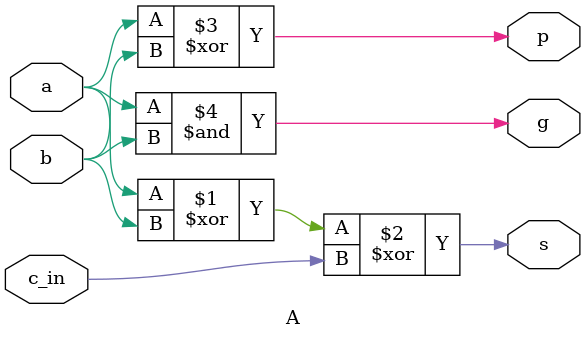
<source format=v>
module A
	(  
		input  	a,
		input  	b,
	 	input   c_in,
	 	output  p,
	 	output  g,
	    output  s
   );


   assign s = a ^ b ^c_in;

   assign p = a ^ b;
   assign g = a & b;

endmodule
</source>
